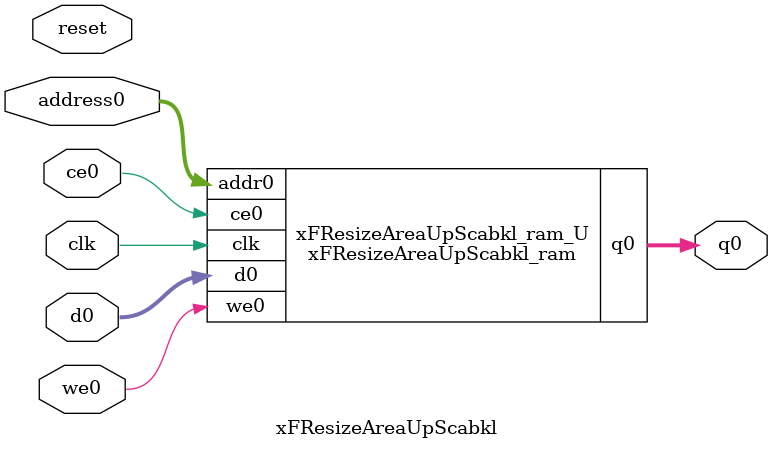
<source format=v>
`timescale 1 ns / 1 ps
module xFResizeAreaUpScabkl_ram (addr0, ce0, d0, we0, q0,  clk);

parameter DWIDTH = 32;
parameter AWIDTH = 10;
parameter MEM_SIZE = 721;

input[AWIDTH-1:0] addr0;
input ce0;
input[DWIDTH-1:0] d0;
input we0;
output reg[DWIDTH-1:0] q0;
input clk;

(* ram_style = "block" *)reg [DWIDTH-1:0] ram[0:MEM_SIZE-1];




always @(posedge clk)  
begin 
    if (ce0) begin
        if (we0) 
            ram[addr0] <= d0; 
        q0 <= ram[addr0];
    end
end


endmodule

`timescale 1 ns / 1 ps
module xFResizeAreaUpScabkl(
    reset,
    clk,
    address0,
    ce0,
    we0,
    d0,
    q0);

parameter DataWidth = 32'd32;
parameter AddressRange = 32'd721;
parameter AddressWidth = 32'd10;
input reset;
input clk;
input[AddressWidth - 1:0] address0;
input ce0;
input we0;
input[DataWidth - 1:0] d0;
output[DataWidth - 1:0] q0;



xFResizeAreaUpScabkl_ram xFResizeAreaUpScabkl_ram_U(
    .clk( clk ),
    .addr0( address0 ),
    .ce0( ce0 ),
    .we0( we0 ),
    .d0( d0 ),
    .q0( q0 ));

endmodule


</source>
